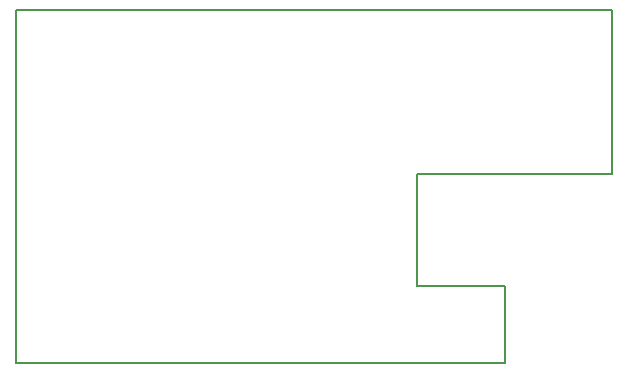
<source format=gm1>
G04 #@! TF.GenerationSoftware,KiCad,Pcbnew,(2017-11-08 revision cd21218)-HEAD*
G04 #@! TF.CreationDate,2018-02-23T18:24:02+02:00*
G04 #@! TF.ProjectId,pro_mini,70726F5F6D696E692E6B696361645F70,rev?*
G04 #@! TF.SameCoordinates,Original*
G04 #@! TF.FileFunction,Profile,NP*
%FSLAX46Y46*%
G04 Gerber Fmt 4.6, Leading zero omitted, Abs format (unit mm)*
G04 Created by KiCad (PCBNEW (2017-11-08 revision cd21218)-HEAD) date Fri Feb 23 18:24:02 2018*
%MOMM*%
%LPD*%
G01*
G04 APERTURE LIST*
%ADD10C,0.150000*%
G04 APERTURE END LIST*
D10*
X151500000Y-112500000D02*
X151500000Y-119000000D01*
X151500000Y-112500000D02*
X144000000Y-112500000D01*
X160550018Y-103000000D02*
X144000000Y-103000000D01*
X144000000Y-112500000D02*
X144000000Y-103000000D01*
X110048619Y-119000039D02*
X151500000Y-119000039D01*
X110048619Y-89096099D02*
X110048619Y-119000039D01*
X160550000Y-89100000D02*
X160550000Y-103000089D01*
X110048619Y-89096099D02*
X160550008Y-89096099D01*
M02*

</source>
